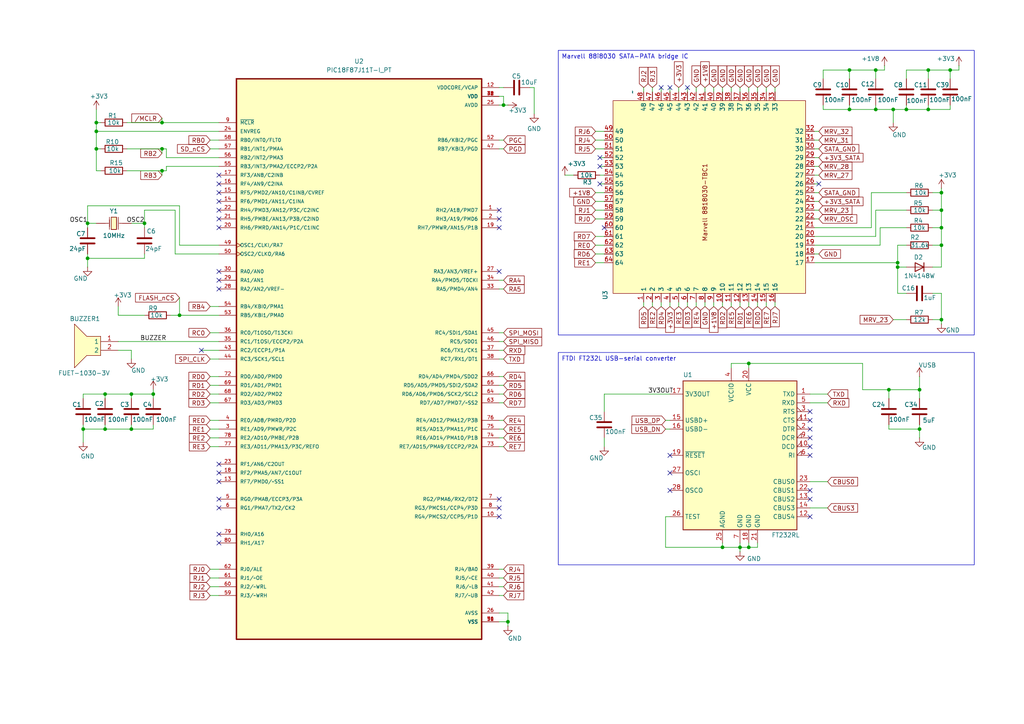
<source format=kicad_sch>
(kicad_sch (version 20250114) (generator "eeschema") (generator_version "9.0")
  (paper "A4")
  (text_box "FTDI FT232L USB-serial converter" (at 161.925 102.235 0) (size 120.65 61.595) (margins 0.9525 0.9525 0.9525 0.9525) (effects (font (size 1.27 1.27)) (justify left top)))
  (text_box "Marvell 88i8030 SATA-PATA bridge IC" (at 161.925 14.605 0) (size 120.65 82.55) (margins 0.9525 0.9525 0.9525 0.9525) (effects (font (size 1.27 1.27)) (justify left top)))
  (junction (at 38.1 114.3))
  (junction (at 25.4 74.93))
  (junction (at 27.94 38.1))
  (junction (at 38.1 124.46))
  (junction (at 217.17 105.41))
  (junction (at 266.7 124.46))
  (junction (at 269.24 20.32))
  (junction (at 217.17 158.75))
  (junction (at 27.94 43.18))
  (junction (at 273.05 66.04))
  (junction (at 30.48 114.3))
  (junction (at 24.13 124.46))
  (junction (at 259.08 31.75))
  (junction (at 52.07 91.44))
  (junction (at 27.94 35.56))
  (junction (at 25.4 64.77))
  (junction (at 260.35 76.2))
  (junction (at 209.55 158.75))
  (junction (at 257.81 113.03))
  (junction (at 246.38 20.32))
  (junction (at 46.99 43.18))
  (junction (at 273.05 55.88))
  (junction (at 147.32 180.34))
  (junction (at 46.99 35.56))
  (junction (at 254 20.32))
  (junction (at 260.35 77.47))
  (junction (at 262.89 31.75))
  (junction (at 214.63 158.75))
  (junction (at 41.91 64.77))
  (junction (at 254 31.75))
  (junction (at 273.05 71.12))
  (junction (at 269.24 31.75))
  (junction (at 275.59 20.32))
  (junction (at 266.7 113.03))
  (junction (at 30.48 124.46))
  (junction (at 246.38 31.75))
  (junction (at 273.05 60.96))
  (junction (at 273.05 92.71))
  (junction (at 44.45 114.3))
  (junction (at 46.99 49.53))
  (junction (at 146.05 30.48))
  (no_connect (at 144.78 60.96))
  (no_connect (at 194.31 25.4))
  (no_connect (at 234.95 127))
  (no_connect (at 234.95 149.86))
  (no_connect (at 234.95 129.54))
  (no_connect (at 175.26 66.04))
  (no_connect (at 144.78 78.74))
  (no_connect (at 194.31 142.24))
  (no_connect (at 234.95 142.24))
  (no_connect (at 173.99 45.72))
  (no_connect (at 63.5 144.78))
  (no_connect (at 63.5 137.16))
  (no_connect (at 63.5 78.74))
  (no_connect (at 63.5 83.82))
  (no_connect (at 173.99 48.26))
  (no_connect (at 63.5 139.7))
  (no_connect (at 63.5 81.28))
  (no_connect (at 194.31 137.16))
  (no_connect (at 194.31 132.08))
  (no_connect (at 173.99 53.34))
  (no_connect (at 63.5 134.62))
  (no_connect (at 234.95 121.92))
  (no_connect (at 234.95 119.38))
  (no_connect (at 199.39 25.4))
  (no_connect (at 63.5 55.88))
  (no_connect (at 63.5 154.94))
  (no_connect (at 234.95 124.46))
  (no_connect (at 63.5 53.34))
  (no_connect (at 58.42 101.6))
  (no_connect (at 144.78 66.04))
  (no_connect (at 234.95 144.78))
  (no_connect (at 63.5 60.96))
  (no_connect (at 63.5 58.42))
  (no_connect (at 63.5 63.5))
  (no_connect (at 63.5 50.8))
  (no_connect (at 191.77 25.4))
  (no_connect (at 144.78 149.86))
  (no_connect (at 144.78 63.5))
  (no_connect (at 144.78 144.78))
  (no_connect (at 63.5 157.48))
  (no_connect (at 63.5 147.32))
  (no_connect (at 237.49 53.34))
  (no_connect (at 144.78 147.32))
  (no_connect (at 234.95 132.08))
  (no_connect (at 63.5 66.04))
  (wire (pts (xy 254 30.48) (xy 254 31.75)))
  (wire (pts (xy 48.26 48.26) (xy 63.5 48.26)))
  (wire (pts (xy 52.07 71.12) (xy 63.5 71.12)))
  (wire (pts (xy 193.04 124.46) (xy 194.31 124.46)))
  (wire (pts (xy 41.91 73.66) (xy 41.91 74.93)))
  (wire (pts (xy 172.72 43.18) (xy 175.26 43.18)))
  (wire (pts (xy 46.99 35.56) (xy 63.5 35.56)))
  (wire (pts (xy 147.32 177.8) (xy 147.32 180.34)))
  (wire (pts (xy 196.85 26.67) (xy 196.85 25.4)))
  (wire (pts (xy 144.78 111.76) (xy 146.05 111.76)))
  (wire (pts (xy 217.17 105.41) (xy 217.17 106.68)))
  (wire (pts (xy 224.79 88.9) (xy 224.79 87.63)))
  (wire (pts (xy 273.05 55.88) (xy 270.51 55.88)))
  (wire (pts (xy 25.4 64.77) (xy 27.94 64.77)))
  (wire (pts (xy 260.35 71.12) (xy 262.89 71.12)))
  (wire (pts (xy 27.94 31.75) (xy 27.94 35.56)))
  (wire (pts (xy 144.78 109.22) (xy 146.05 109.22)))
  (wire (pts (xy 60.96 88.9) (xy 63.5 88.9)))
  (wire (pts (xy 252.73 66.04) (xy 252.73 55.88)))
  (wire (pts (xy 46.99 49.53) (xy 48.26 49.53)))
  (wire (pts (xy 209.55 88.9) (xy 209.55 87.63)))
  (wire (pts (xy 144.78 180.34) (xy 147.32 180.34)))
  (wire (pts (xy 194.31 88.9) (xy 194.31 87.63)))
  (wire (pts (xy 201.93 26.67) (xy 201.93 25.4)))
  (wire (pts (xy 246.38 31.75) (xy 254 31.75)))
  (wire (pts (xy 259.08 31.75) (xy 262.89 31.75)))
  (wire (pts (xy 172.72 55.88) (xy 175.26 55.88)))
  (wire (pts (xy 30.48 124.46) (xy 38.1 124.46)))
  (wire (pts (xy 144.78 25.4) (xy 146.05 25.4)))
  (wire (pts (xy 144.78 40.64) (xy 146.05 40.64)))
  (wire (pts (xy 186.69 26.67) (xy 186.69 25.4)))
  (wire (pts (xy 236.22 45.72) (xy 237.49 45.72)))
  (wire (pts (xy 38.1 123.19) (xy 38.1 124.46)))
  (wire (pts (xy 270.51 66.04) (xy 273.05 66.04)))
  (wire (pts (xy 144.78 165.1) (xy 146.05 165.1)))
  (wire (pts (xy 175.26 114.3) (xy 175.26 119.38)))
  (wire (pts (xy 173.99 45.72) (xy 175.26 45.72)))
  (wire (pts (xy 262.89 20.32) (xy 262.89 22.86)))
  (wire (pts (xy 34.29 88.9) (xy 34.29 91.44)))
  (wire (pts (xy 27.94 43.18) (xy 27.94 49.53)))
  (wire (pts (xy 273.05 55.88) (xy 273.05 60.96)))
  (wire (pts (xy 246.38 20.32) (xy 254 20.32)))
  (wire (pts (xy 172.72 68.58) (xy 175.26 68.58)))
  (wire (pts (xy 194.31 25.4) (xy 194.31 26.67)))
  (wire (pts (xy 144.78 121.92) (xy 146.05 121.92)))
  (wire (pts (xy 217.17 26.67) (xy 217.17 25.4)))
  (wire (pts (xy 238.76 30.48) (xy 238.76 31.75)))
  (wire (pts (xy 46.99 44.45) (xy 46.99 43.18)))
  (wire (pts (xy 38.1 64.77) (xy 41.91 64.77)))
  (wire (pts (xy 266.7 113.03) (xy 266.7 115.57)))
  (wire (pts (xy 50.8 73.66) (xy 63.5 73.66)))
  (wire (pts (xy 204.47 26.67) (xy 204.47 25.4)))
  (wire (pts (xy 269.24 20.32) (xy 269.24 22.86)))
  (wire (pts (xy 144.78 104.14) (xy 146.05 104.14)))
  (wire (pts (xy 24.13 124.46) (xy 24.13 128.27)))
  (wire (pts (xy 273.05 92.71) (xy 270.51 92.71)))
  (wire (pts (xy 24.13 115.57) (xy 24.13 114.3)))
  (wire (pts (xy 44.45 114.3) (xy 44.45 115.57)))
  (wire (pts (xy 144.78 43.18) (xy 146.05 43.18)))
  (wire (pts (xy 25.4 64.77) (xy 25.4 66.04)))
  (wire (pts (xy 237.49 53.34) (xy 236.22 53.34)))
  (wire (pts (xy 255.27 71.12) (xy 255.27 66.04)))
  (wire (pts (xy 25.4 59.69) (xy 25.4 64.77)))
  (wire (pts (xy 27.94 38.1) (xy 27.94 35.56)))
  (wire (pts (xy 44.45 123.19) (xy 44.45 124.46)))
  (wire (pts (xy 255.27 66.04) (xy 262.89 66.04)))
  (wire (pts (xy 144.78 81.28) (xy 146.05 81.28)))
  (wire (pts (xy 254 20.32) (xy 254 22.86)))
  (wire (pts (xy 41.91 66.04) (xy 41.91 64.77)))
  (wire (pts (xy 46.99 50.8) (xy 46.99 49.53)))
  (wire (pts (xy 257.81 113.03) (xy 257.81 115.57)))
  (wire (pts (xy 52.07 86.36) (xy 52.07 91.44)))
  (wire (pts (xy 212.09 88.9) (xy 212.09 87.63)))
  (wire (pts (xy 236.22 71.12) (xy 255.27 71.12)))
  (wire (pts (xy 270.51 77.47) (xy 273.05 77.47)))
  (wire (pts (xy 49.53 91.44) (xy 52.07 91.44)))
  (wire (pts (xy 204.47 88.9) (xy 204.47 87.63)))
  (wire (pts (xy 217.17 105.41) (xy 250.19 105.41)))
  (wire (pts (xy 30.48 123.19) (xy 30.48 124.46)))
  (wire (pts (xy 27.94 49.53) (xy 29.21 49.53)))
  (wire (pts (xy 60.96 96.52) (xy 63.5 96.52)))
  (wire (pts (xy 250.19 113.03) (xy 257.81 113.03)))
  (wire (pts (xy 273.05 60.96) (xy 270.51 60.96)))
  (wire (pts (xy 212.09 26.67) (xy 212.09 25.4)))
  (wire (pts (xy 27.94 43.18) (xy 27.94 38.1)))
  (wire (pts (xy 191.77 25.4) (xy 191.77 26.67)))
  (wire (pts (xy 29.21 43.18) (xy 27.94 43.18)))
  (wire (pts (xy 214.63 158.75) (xy 217.17 158.75)))
  (wire (pts (xy 172.72 63.5) (xy 175.26 63.5)))
  (wire (pts (xy 273.05 71.12) (xy 270.51 71.12)))
  (wire (pts (xy 60.96 127) (xy 63.5 127)))
  (wire (pts (xy 30.48 114.3) (xy 30.48 115.57)))
  (wire (pts (xy 234.95 147.32) (xy 240.03 147.32)))
  (wire (pts (xy 44.45 114.3) (xy 38.1 114.3)))
  (wire (pts (xy 144.78 177.8) (xy 147.32 177.8)))
  (wire (pts (xy 199.39 25.4) (xy 199.39 26.67)))
  (wire (pts (xy 260.35 71.12) (xy 260.35 76.2)))
  (wire (pts (xy 144.78 96.52) (xy 146.05 96.52)))
  (wire (pts (xy 189.23 88.9) (xy 189.23 87.63)))
  (wire (pts (xy 246.38 30.48) (xy 246.38 31.75)))
  (wire (pts (xy 260.35 77.47) (xy 260.35 85.09)))
  (wire (pts (xy 48.26 45.72) (xy 63.5 45.72)))
  (wire (pts (xy 250.19 105.41) (xy 250.19 113.03)))
  (wire (pts (xy 236.22 50.8) (xy 237.49 50.8)))
  (wire (pts (xy 144.78 129.54) (xy 146.05 129.54)))
  (wire (pts (xy 24.13 114.3) (xy 30.48 114.3)))
  (wire (pts (xy 163.83 50.8) (xy 166.37 50.8)))
  (wire (pts (xy 44.45 124.46) (xy 38.1 124.46)))
  (wire (pts (xy 212.09 105.41) (xy 212.09 106.68)))
  (wire (pts (xy 48.26 45.72) (xy 48.26 43.18)))
  (wire (pts (xy 172.72 60.96) (xy 175.26 60.96)))
  (wire (pts (xy 269.24 31.75) (xy 275.59 31.75)))
  (wire (pts (xy 144.78 167.64) (xy 146.05 167.64)))
  (wire (pts (xy 254 60.96) (xy 262.89 60.96)))
  (wire (pts (xy 60.96 109.22) (xy 63.5 109.22)))
  (wire (pts (xy 172.72 71.12) (xy 175.26 71.12)))
  (wire (pts (xy 60.96 170.18) (xy 63.5 170.18)))
  (wire (pts (xy 52.07 71.12) (xy 52.07 59.69)))
  (wire (pts (xy 41.91 64.77) (xy 41.91 60.96)))
  (wire (pts (xy 25.4 74.93) (xy 41.91 74.93)))
  (wire (pts (xy 256.54 19.05) (xy 256.54 20.32)))
  (wire (pts (xy 173.99 50.8) (xy 175.26 50.8)))
  (wire (pts (xy 236.22 68.58) (xy 254 68.58)))
  (wire (pts (xy 146.05 27.94) (xy 146.05 30.48)))
  (wire (pts (xy 191.77 88.9) (xy 191.77 87.63)))
  (wire (pts (xy 196.85 88.9) (xy 196.85 87.63)))
  (wire (pts (xy 30.48 124.46) (xy 24.13 124.46)))
  (wire (pts (xy 34.29 101.6) (xy 38.1 101.6)))
  (wire (pts (xy 144.78 127) (xy 146.05 127)))
  (wire (pts (xy 236.22 63.5) (xy 237.49 63.5)))
  (wire (pts (xy 259.08 92.71) (xy 262.89 92.71)))
  (wire (pts (xy 217.17 88.9) (xy 217.17 87.63)))
  (wire (pts (xy 38.1 114.3) (xy 30.48 114.3)))
  (wire (pts (xy 273.05 54.61) (xy 273.05 55.88)))
  (wire (pts (xy 52.07 59.69) (xy 25.4 59.69)))
  (wire (pts (xy 254 68.58) (xy 254 60.96)))
  (wire (pts (xy 214.63 26.67) (xy 214.63 25.4)))
  (wire (pts (xy 219.71 26.67) (xy 219.71 25.4)))
  (wire (pts (xy 236.22 48.26) (xy 237.49 48.26)))
  (wire (pts (xy 60.96 43.18) (xy 63.5 43.18)))
  (wire (pts (xy 238.76 22.86) (xy 238.76 20.32)))
  (wire (pts (xy 262.89 77.47) (xy 260.35 77.47)))
  (wire (pts (xy 275.59 20.32) (xy 275.59 22.86)))
  (wire (pts (xy 60.96 104.14) (xy 63.5 104.14)))
  (wire (pts (xy 60.96 114.3) (xy 63.5 114.3)))
  (wire (pts (xy 50.8 60.96) (xy 50.8 73.66)))
  (wire (pts (xy 252.73 55.88) (xy 262.89 55.88)))
  (wire (pts (xy 173.99 48.26) (xy 175.26 48.26)))
  (wire (pts (xy 219.71 88.9) (xy 219.71 87.63)))
  (wire (pts (xy 60.96 116.84) (xy 63.5 116.84)))
  (wire (pts (xy 266.7 127) (xy 266.7 124.46)))
  (wire (pts (xy 60.96 165.1) (xy 63.5 165.1)))
  (wire (pts (xy 214.63 157.48) (xy 214.63 158.75)))
  (wire (pts (xy 36.83 35.56) (xy 46.99 35.56)))
  (wire (pts (xy 172.72 58.42) (xy 175.26 58.42)))
  (wire (pts (xy 172.72 76.2) (xy 175.26 76.2)))
  (wire (pts (xy 173.99 53.34) (xy 175.26 53.34)))
  (wire (pts (xy 144.78 124.46) (xy 146.05 124.46)))
  (wire (pts (xy 246.38 22.86) (xy 246.38 20.32)))
  (wire (pts (xy 238.76 20.32) (xy 246.38 20.32)))
  (wire (pts (xy 214.63 160.02) (xy 214.63 158.75)))
  (wire (pts (xy 240.03 116.84) (xy 234.95 116.84)))
  (wire (pts (xy 27.94 35.56) (xy 29.21 35.56)))
  (wire (pts (xy 193.04 121.92) (xy 194.31 121.92)))
  (wire (pts (xy 269.24 20.32) (xy 275.59 20.32)))
  (wire (pts (xy 38.1 114.3) (xy 38.1 115.57)))
  (wire (pts (xy 144.78 170.18) (xy 146.05 170.18)))
  (wire (pts (xy 234.95 114.3) (xy 240.03 114.3)))
  (wire (pts (xy 236.22 76.2) (xy 260.35 76.2)))
  (wire (pts (xy 60.96 129.54) (xy 63.5 129.54)))
  (wire (pts (xy 273.05 77.47) (xy 273.05 71.12)))
  (wire (pts (xy 236.22 55.88) (xy 237.49 55.88)))
  (wire (pts (xy 60.96 124.46) (xy 63.5 124.46)))
  (wire (pts (xy 199.39 88.9) (xy 199.39 87.63)))
  (wire (pts (xy 144.78 114.3) (xy 146.05 114.3)))
  (wire (pts (xy 60.96 40.64) (xy 63.5 40.64)))
  (wire (pts (xy 172.72 38.1) (xy 175.26 38.1)))
  (wire (pts (xy 144.78 83.82) (xy 146.05 83.82)))
  (wire (pts (xy 262.89 31.75) (xy 269.24 31.75)))
  (wire (pts (xy 209.55 158.75) (xy 214.63 158.75)))
  (wire (pts (xy 222.25 88.9) (xy 222.25 87.63)))
  (wire (pts (xy 25.4 77.47) (xy 25.4 74.93)))
  (wire (pts (xy 144.78 99.06) (xy 146.05 99.06)))
  (wire (pts (xy 266.7 109.22) (xy 266.7 113.03)))
  (wire (pts (xy 262.89 20.32) (xy 269.24 20.32)))
  (wire (pts (xy 36.83 43.18) (xy 46.99 43.18)))
  (wire (pts (xy 193.04 149.86) (xy 193.04 158.75)))
  (wire (pts (xy 234.95 139.7) (xy 240.03 139.7)))
  (wire (pts (xy 175.26 127) (xy 175.26 129.54)))
  (wire (pts (xy 60.96 172.72) (xy 63.5 172.72)))
  (wire (pts (xy 27.94 38.1) (xy 63.5 38.1)))
  (wire (pts (xy 236.22 40.64) (xy 237.49 40.64)))
  (wire (pts (xy 275.59 20.32) (xy 278.13 20.32)))
  (wire (pts (xy 34.29 99.06) (xy 63.5 99.06)))
  (wire (pts (xy 38.1 101.6) (xy 38.1 104.14)))
  (wire (pts (xy 273.05 85.09) (xy 273.05 92.71)))
  (wire (pts (xy 36.83 49.53) (xy 46.99 49.53)))
  (wire (pts (xy 236.22 38.1) (xy 237.49 38.1)))
  (wire (pts (xy 24.13 124.46) (xy 24.13 123.19)))
  (wire (pts (xy 254 31.75) (xy 259.08 31.75)))
  (wire (pts (xy 257.81 113.03) (xy 266.7 113.03)))
  (wire (pts (xy 147.32 180.34) (xy 147.32 181.61)))
  (wire (pts (xy 273.05 66.04) (xy 273.05 60.96)))
  (wire (pts (xy 254 20.32) (xy 256.54 20.32)))
  (wire (pts (xy 275.59 30.48) (xy 275.59 31.75)))
  (wire (pts (xy 269.24 31.75) (xy 269.24 30.48)))
  (wire (pts (xy 154.94 25.4) (xy 153.67 25.4)))
  (wire (pts (xy 273.05 92.71) (xy 273.05 93.98)))
  (wire (pts (xy 60.96 111.76) (xy 63.5 111.76)))
  (wire (pts (xy 144.78 30.48) (xy 146.05 30.48)))
  (wire (pts (xy 144.78 172.72) (xy 146.05 172.72)))
  (wire (pts (xy 214.63 88.9) (xy 214.63 87.63)))
  (wire (pts (xy 172.72 73.66) (xy 175.26 73.66)))
  (wire (pts (xy 257.81 124.46) (xy 266.7 124.46)))
  (wire (pts (xy 144.78 27.94) (xy 146.05 27.94)))
  (wire (pts (xy 44.45 114.3) (xy 44.45 113.03)))
  (wire (pts (xy 60.96 121.92) (xy 63.5 121.92)))
  (wire (pts (xy 193.04 149.86) (xy 194.31 149.86)))
  (wire (pts (xy 236.22 66.04) (xy 252.73 66.04)))
  (wire (pts (xy 193.04 158.75) (xy 209.55 158.75)))
  (wire (pts (xy 217.17 158.75) (xy 219.71 158.75)))
  (wire (pts (xy 25.4 74.93) (xy 25.4 73.66)))
  (wire (pts (xy 257.81 123.19) (xy 257.81 124.46)))
  (wire (pts (xy 207.01 88.9) (xy 207.01 87.63)))
  (wire (pts (xy 58.42 101.6) (xy 63.5 101.6)))
  (wire (pts (xy 222.25 26.67) (xy 222.25 25.4)))
  (wire (pts (xy 236.22 73.66) (xy 237.49 73.66)))
  (wire (pts (xy 270.51 85.09) (xy 273.05 85.09)))
  (wire (pts (xy 34.29 91.44) (xy 41.91 91.44)))
  (wire (pts (xy 189.23 26.67) (xy 189.23 25.4)))
  (wire (pts (xy 238.76 31.75) (xy 246.38 31.75)))
  (wire (pts (xy 219.71 157.48) (xy 219.71 158.75)))
  (wire (pts (xy 217.17 157.48) (xy 217.17 158.75)))
  (wire (pts (xy 144.78 101.6) (xy 146.05 101.6)))
  (wire (pts (xy 273.05 66.04) (xy 273.05 71.12)))
  (wire (pts (xy 48.26 48.26) (xy 48.26 49.53)))
  (wire (pts (xy 260.35 76.2) (xy 260.35 77.47)))
  (wire (pts (xy 262.89 31.75) (xy 262.89 30.48)))
  (wire (pts (xy 144.78 116.84) (xy 146.05 116.84)))
  (wire (pts (xy 147.32 30.48) (xy 146.05 30.48)))
  (wire (pts (xy 41.91 60.96) (xy 50.8 60.96)))
  (wire (pts (xy 201.93 88.9) (xy 201.93 87.63)))
  (wire (pts (xy 236.22 43.18) (xy 237.49 43.18)))
  (wire (pts (xy 278.13 19.05) (xy 278.13 20.32)))
  (wire (pts (xy 212.09 105.41) (xy 217.17 105.41)))
  (wire (pts (xy 154.94 33.02) (xy 154.94 25.4)))
  (wire (pts (xy 209.55 157.48) (xy 209.55 158.75)))
  (wire (pts (xy 46.99 34.29) (xy 46.99 35.56)))
  (wire (pts (xy 52.07 91.44) (xy 63.5 91.44)))
  (wire (pts (xy 260.35 85.09) (xy 262.89 85.09)))
  (wire (pts (xy 46.99 43.18) (xy 48.26 43.18)))
  (wire (pts (xy 172.72 40.64) (xy 175.26 40.64)))
  (wire (pts (xy 236.22 58.42) (xy 237.49 58.42)))
  (wire (pts (xy 60.96 167.64) (xy 63.5 167.64)))
  (wire (pts (xy 236.22 60.96) (xy 237.49 60.96)))
  (wire (pts (xy 266.7 123.19) (xy 266.7 124.46)))
  (wire (pts (xy 259.08 35.56) (xy 259.08 31.75)))
  (wire (pts (xy 224.79 26.67) (xy 224.79 25.4)))
  (wire (pts (xy 186.69 88.9) (xy 186.69 87.63)))
  (wire (pts (xy 207.01 26.67) (xy 207.01 25.4)))
  (wire (pts (xy 209.55 26.67) (xy 209.55 25.4)))
  (wire (pts (xy 175.26 114.3) (xy 194.31 114.3)))
  (label "BUZZER" (at 40.64 99.06 0))
  (label "OSC2" (at 41.91 64.77 180))
  (label "OSC1" (at 25.4 64.77 180))
  (label "3V3OUT" (at 187.96 114.3 0))
  (global_label "RD4" (shape input) (at 191.77 88.9 270) (property "Intersheetrefs" "${INTERSHEET_REFS}" (effects (hide yes))))
  (global_label "RD0" (shape input) (at 219.71 88.9 270) (property "Intersheetrefs" "${INTERSHEET_REFS}" (effects (hide yes))))
  (global_label "RJ3" (shape input) (at 189.23 25.4 90) (property "Intersheetrefs" "${INTERSHEET_REFS}" (effects (hide yes))))
  (global_label "MRV_OSC" (shape input) (at 237.49 63.5 0) (property "Intersheetrefs" "${INTERSHEET_REFS}" (effects (hide yes))))
  (global_label "RE7" (shape input) (at 222.25 88.9 270) (property "Intersheetrefs" "${INTERSHEET_REFS}" (effects (hide yes))))
  (global_label "RJ0" (shape input) (at 172.72 63.5 180) (property "Intersheetrefs" "${INTERSHEET_REFS}" (effects (hide yes))))
  (global_label "GND" (shape input) (at 209.55 25.4 90) (property "Intersheetrefs" "${INTERSHEET_REFS}" (effects (hide yes))))
  (global_label "RE4" (shape input) (at 146.05 121.92 0) (property "Intersheetrefs" "${INTERSHEET_REFS}" (effects (hide yes))))
  (global_label "PGC" (shape input) (at 146.05 40.64 0) (property "Intersheetrefs" "${INTERSHEET_REFS}" (effects (hide yes))))
  (global_label "+1V8" (shape input) (at 172.72 55.88 180) (property "Intersheetrefs" "${INTERSHEET_REFS}" (effects (hide yes))))
  (global_label "RE2" (shape input) (at 189.23 88.9 270) (property "Intersheetrefs" "${INTERSHEET_REFS}" (effects (hide yes))))
  (global_label "RJ5" (shape input) (at 172.72 43.18 180) (property "Intersheetrefs" "${INTERSHEET_REFS}" (effects (hide yes))))
  (global_label "+1V8" (shape input) (at 204.47 25.4 90) (property "Intersheetrefs" "${INTERSHEET_REFS}" (effects (hide yes))))
  (global_label "MRV_23" (shape input) (at 237.49 60.96 0) (property "Intersheetrefs" "${INTERSHEET_REFS}" (effects (hide yes))))
  (global_label "RJ2" (shape input) (at 60.96 170.18 180) (property "Intersheetrefs" "${INTERSHEET_REFS}" (effects (hide yes))))
  (global_label "RJ1" (shape input) (at 60.96 167.64 180) (property "Intersheetrefs" "${INTERSHEET_REFS}" (effects (hide yes))))
  (global_label "+1V8" (shape input) (at 207.01 88.9 270) (property "Intersheetrefs" "${INTERSHEET_REFS}" (effects (hide yes))))
  (global_label "RE6" (shape input) (at 146.05 127 0) (property "Intersheetrefs" "${INTERSHEET_REFS}" (effects (hide yes))))
  (global_label "SATA_GND" (shape input) (at 237.49 55.88 0) (property "Intersheetrefs" "${INTERSHEET_REFS}" (effects (hide yes))))
  (global_label "RD3" (shape input) (at 199.39 88.9 270) (property "Intersheetrefs" "${INTERSHEET_REFS}" (effects (hide yes))))
  (global_label "+3V3_SATA" (shape input) (at 237.49 58.42 0) (property "Intersheetrefs" "${INTERSHEET_REFS}" (effects (hide yes))))
  (global_label "RJ1" (shape input) (at 172.72 60.96 180) (property "Intersheetrefs" "${INTERSHEET_REFS}" (effects (hide yes))))
  (global_label "MRV_31" (shape input) (at 237.49 40.64 0) (property "Intersheetrefs" "${INTERSHEET_REFS}" (effects (hide yes))))
  (global_label "FLASH_nCS" (shape input) (at 52.07 86.36 180) (property "Intersheetrefs" "${INTERSHEET_REFS}" (effects (hide yes))))
  (global_label "GND" (shape input) (at 222.25 25.4 90) (property "Intersheetrefs" "${INTERSHEET_REFS}" (effects (hide yes))))
  (global_label "RXD" (shape input) (at 146.05 101.6 0) (property "Intersheetrefs" "${INTERSHEET_REFS}" (effects (hide yes))))
  (global_label "RJ4" (shape input) (at 172.72 40.64 180) (property "Intersheetrefs" "${INTERSHEET_REFS}" (effects (hide yes))))
  (global_label "RD5" (shape input) (at 146.05 111.76 0) (property "Intersheetrefs" "${INTERSHEET_REFS}" (effects (hide yes))))
  (global_label "PGD" (shape input) (at 146.05 43.18 0) (property "Intersheetrefs" "${INTERSHEET_REFS}" (effects (hide yes))))
  (global_label "RE5" (shape input) (at 212.09 88.9 270) (property "Intersheetrefs" "${INTERSHEET_REFS}" (effects (hide yes))))
  (global_label "RD2" (shape input) (at 209.55 88.9 270) (property "Intersheetrefs" "${INTERSHEET_REFS}" (effects (hide yes))))
  (global_label "RD1" (shape input) (at 214.63 88.9 270) (property "Intersheetrefs" "${INTERSHEET_REFS}" (effects (hide yes))))
  (global_label "RD5" (shape input) (at 186.69 88.9 270) (property "Intersheetrefs" "${INTERSHEET_REFS}" (effects (hide yes))))
  (global_label "MRV_28" (shape input) (at 237.49 48.26 0) (property "Intersheetrefs" "${INTERSHEET_REFS}" (effects (hide yes))))
  (global_label "RA4" (shape input) (at 146.05 81.28 0) (property "Intersheetrefs" "${INTERSHEET_REFS}" (effects (hide yes))))
  (global_label "TXD" (shape input) (at 146.05 104.14 0) (property "Intersheetrefs" "${INTERSHEET_REFS}" (effects (hide yes))))
  (global_label "RE7" (shape input) (at 146.05 129.54 0) (property "Intersheetrefs" "${INTERSHEET_REFS}" (effects (hide yes))))
  (global_label "RE3" (shape input) (at 60.96 129.54 180) (property "Intersheetrefs" "${INTERSHEET_REFS}" (effects (hide yes))))
  (global_label "GND" (shape input) (at 207.01 25.4 90) (property "Intersheetrefs" "${INTERSHEET_REFS}" (effects (hide yes))))
  (global_label "USB_DN" (shape input) (at 193.04 124.46 180) (property "Intersheetrefs" "${INTERSHEET_REFS}" (effects (hide yes))))
  (global_label "RD2" (shape input) (at 60.96 114.3 180) (property "Intersheetrefs" "${INTERSHEET_REFS}" (effects (hide yes))))
  (global_label "GND" (shape input) (at 219.71 25.4 90) (property "Intersheetrefs" "${INTERSHEET_REFS}" (effects (hide yes))))
  (global_label "SPI_CLK" (shape input) (at 60.96 104.14 180) (property "Intersheetrefs" "${INTERSHEET_REFS}" (effects (hide yes))))
  (global_label "{slash}MCLR" (shape input) (at 46.99 34.29 180) (property "Intersheetrefs" "${INTERSHEET_REFS}" (effects (hide yes))))
  (global_label "RD4" (shape input) (at 146.05 109.22 0) (property "Intersheetrefs" "${INTERSHEET_REFS}" (effects (hide yes))))
  (global_label "GND" (shape input) (at 217.17 25.4 90) (property "Intersheetrefs" "${INTERSHEET_REFS}" (effects (hide yes))))
  (global_label "RE1" (shape input) (at 172.72 76.2 180) (property "Intersheetrefs" "${INTERSHEET_REFS}" (effects (hide yes))))
  (global_label "GND" (shape input) (at 237.49 73.66 0) (property "Intersheetrefs" "${INTERSHEET_REFS}" (effects (hide yes))))
  (global_label "RJ3" (shape input) (at 60.96 172.72 180) (property "Intersheetrefs" "${INTERSHEET_REFS}" (effects (hide yes))))
  (global_label "RE4" (shape input) (at 201.93 88.9 270) (property "Intersheetrefs" "${INTERSHEET_REFS}" (effects (hide yes))))
  (global_label "MRV_27" (shape input) (at 237.49 50.8 0) (property "Intersheetrefs" "${INTERSHEET_REFS}" (effects (hide yes))))
  (global_label "RJ5" (shape input) (at 146.05 167.64 0) (property "Intersheetrefs" "${INTERSHEET_REFS}" (effects (hide yes))))
  (global_label "RE5" (shape input) (at 146.05 124.46 0) (property "Intersheetrefs" "${INTERSHEET_REFS}" (effects (hide yes))))
  (global_label "RJ6" (shape input) (at 172.72 38.1 180) (property "Intersheetrefs" "${INTERSHEET_REFS}" (effects (hide yes))))
  (global_label "USB_DP" (shape input) (at 193.04 121.92 180) (property "Intersheetrefs" "${INTERSHEET_REFS}" (effects (hide yes))))
  (global_label "SPI_MOSI" (shape input) (at 146.05 96.52 0) (property "Intersheetrefs" "${INTERSHEET_REFS}" (effects (hide yes))))
  (global_label "RJ0" (shape input) (at 60.96 165.1 180) (property "Intersheetrefs" "${INTERSHEET_REFS}" (effects (hide yes))))
  (global_label "RJ4" (shape input) (at 146.05 165.1 0) (property "Intersheetrefs" "${INTERSHEET_REFS}" (effects (hide yes))))
  (global_label "RE0" (shape input) (at 172.72 71.12 180) (property "Intersheetrefs" "${INTERSHEET_REFS}" (effects (hide yes))))
  (global_label "+3V3" (shape input) (at 194.31 88.9 270) (property "Intersheetrefs" "${INTERSHEET_REFS}" (effects (hide yes))))
  (global_label "RJ2" (shape input) (at 186.69 25.4 90) (property "Intersheetrefs" "${INTERSHEET_REFS}" (effects (hide yes))))
  (global_label "RB4" (shape input) (at 60.96 88.9 180) (property "Intersheetrefs" "${INTERSHEET_REFS}" (effects (hide yes))))
  (global_label "RE3" (shape input) (at 196.85 88.9 270) (property "Intersheetrefs" "${INTERSHEET_REFS}" (effects (hide yes))))
  (global_label "RE2" (shape input) (at 60.96 127 180) (property "Intersheetrefs" "${INTERSHEET_REFS}" (effects (hide yes))))
  (global_label "SATA_GND" (shape input) (at 237.49 43.18 0) (property "Intersheetrefs" "${INTERSHEET_REFS}" (effects (hide yes))))
  (global_label "GND" (shape input) (at 212.09 25.4 90) (property "Intersheetrefs" "${INTERSHEET_REFS}" (effects (hide yes))))
  (global_label "RE1" (shape input) (at 60.96 124.46 180) (property "Intersheetrefs" "${INTERSHEET_REFS}" (effects (hide yes))))
  (global_label "RB2" (shape input) (at 46.99 44.45 180) (property "Intersheetrefs" "${INTERSHEET_REFS}" (effects (hide yes))))
  (global_label "MRV_32" (shape input) (at 237.49 38.1 0) (property "Intersheetrefs" "${INTERSHEET_REFS}" (effects (hide yes))))
  (global_label "GND" (shape input) (at 224.79 25.4 90) (property "Intersheetrefs" "${INTERSHEET_REFS}" (effects (hide yes))))
  (global_label "CBUS0" (shape input) (at 240.03 139.7 0) (property "Intersheetrefs" "${INTERSHEET_REFS}" (effects (hide yes))))
  (global_label "TXD" (shape input) (at 240.03 114.3 0) (property "Intersheetrefs" "${INTERSHEET_REFS}" (effects (hide yes))))
  (global_label "RC0" (shape input) (at 60.96 96.52 180) (property "Intersheetrefs" "${INTERSHEET_REFS}" (effects (hide yes))))
  (global_label "RD0" (shape input) (at 60.96 109.22 180) (property "Intersheetrefs" "${INTERSHEET_REFS}" (effects (hide yes))))
  (global_label "GND" (shape input) (at 201.93 25.4 90) (property "Intersheetrefs" "${INTERSHEET_REFS}" (effects (hide yes))))
  (global_label "SPI_MISO" (shape input) (at 146.05 99.06 0) (property "Intersheetrefs" "${INTERSHEET_REFS}" (effects (hide yes))))
  (global_label "RB3" (shape input) (at 46.99 50.8 180) (property "Intersheetrefs" "${INTERSHEET_REFS}" (effects (hide yes))))
  (global_label "RE6" (shape input) (at 217.17 88.9 270) (property "Intersheetrefs" "${INTERSHEET_REFS}" (effects (hide yes))))
  (global_label "RD7" (shape input) (at 146.05 116.84 0) (property "Intersheetrefs" "${INTERSHEET_REFS}" (effects (hide yes))))
  (global_label "MRV_23" (shape input) (at 259.08 92.71 180) (property "Intersheetrefs" "${INTERSHEET_REFS}" (effects (hide yes))))
  (global_label "+3V3_SATA" (shape input) (at 237.49 45.72 0) (property "Intersheetrefs" "${INTERSHEET_REFS}" (effects (hide yes))))
  (global_label "+3V3" (shape input) (at 196.85 25.4 90) (property "Intersheetrefs" "${INTERSHEET_REFS}" (effects (hide yes))))
  (global_label "RD6" (shape input) (at 172.72 73.66 180) (property "Intersheetrefs" "${INTERSHEET_REFS}" (effects (hide yes))))
  (global_label "RD6" (shape input) (at 146.05 114.3 0) (property "Intersheetrefs" "${INTERSHEET_REFS}" (effects (hide yes))))
  (global_label "RA5" (shape input) (at 146.05 83.82 0) (property "Intersheetrefs" "${INTERSHEET_REFS}" (effects (hide yes))))
  (global_label "RD7" (shape input) (at 172.72 68.58 180) (property "Intersheetrefs" "${INTERSHEET_REFS}" (effects (hide yes))))
  (global_label "RE0" (shape input) (at 60.96 121.92 180) (property "Intersheetrefs" "${INTERSHEET_REFS}" (effects (hide yes))))
  (global_label "RD3" (shape input) (at 60.96 116.84 180) (property "Intersheetrefs" "${INTERSHEET_REFS}" (effects (hide yes))))
  (global_label "RJ6" (shape input) (at 146.05 170.18 0) (property "Intersheetrefs" "${INTERSHEET_REFS}" (effects (hide yes))))
  (global_label "RJ7" (shape input) (at 146.05 172.72 0) (property "Intersheetrefs" "${INTERSHEET_REFS}" (effects (hide yes))))
  (global_label "RD1" (shape input) (at 60.96 111.76 180) (property "Intersheetrefs" "${INTERSHEET_REFS}" (effects (hide yes))))
  (global_label "SD_nCS" (shape input) (at 60.96 43.18 180) (property "Intersheetrefs" "${INTERSHEET_REFS}" (effects (hide yes))))
  (global_label "GND" (shape input) (at 172.72 58.42 180) (property "Intersheetrefs" "${INTERSHEET_REFS}" (effects (hide yes))))
  (global_label "RXD" (shape input) (at 240.03 116.84 0) (property "Intersheetrefs" "${INTERSHEET_REFS}" (effects (hide yes))))
  (global_label "GND" (shape input) (at 204.47 88.9 270) (property "Intersheetrefs" "${INTERSHEET_REFS}" (effects (hide yes))))
  (global_label "RJ7" (shape input) (at 224.79 88.9 270) (property "Intersheetrefs" "${INTERSHEET_REFS}" (effects (hide yes))))
  (global_label "RB0" (shape input) (at 60.96 40.64 180) (property "Intersheetrefs" "${INTERSHEET_REFS}" (effects (hide yes))))
  (global_label "CBUS3" (shape input) (at 240.03 147.32 0) (property "Intersheetrefs" "${INTERSHEET_REFS}" (effects (hide yes))))
  (global_label "GND" (shape input) (at 214.63 25.4 90) (property "Intersheetrefs" "${INTERSHEET_REFS}" (effects (hide yes))))
  (symbol (lib_id "Device:C") (at 275.59 26.67 180) (unit 1)
    (property "Reference" "C39" (at 275.336 24.638 0) (effects (justify left)))
    (property "Value" "100nF" (at 281.94 28.702 0) (effects (justify left)))
    (property "Footprint" "Capacitor_SMD:C_0603_1608Metric" (effects (hide yes)))
    (property "Description" "Unpolarized capacitor" (effects (hide yes)))
  )
  (symbol (lib_id "Device:R") (at 266.7 92.71 270) (mirror x) (unit 1)
    (property "Reference" "R7" (at 265.176 90.678 90) (effects (justify left)))
    (property "Value" "12k" (at 264.922 92.71 90) (effects (justify left)))
    (property "Footprint" "Resistor_SMD:R_0603_1608Metric" (effects (hide yes)))
  )
  (symbol (lib_id "lizard:8818030-TBC1") (at 204.47 58.42 90) (unit 1)
    (property "Reference" "U3" (at 175.514 85.598 0))
    (property "Value" "~" (at 183.4449 26.67 0))
    (property "Footprint" "Package_QFP:LQFP-64_10x10mm_P0.5mm" (effects (hide yes)))
  )
  (symbol (lib_id "Diode:1N4148W") (at 266.7 77.47 180) (unit 1)
    (property "Reference" "D2" (at 266.3825 74.6125 0))
    (property "Value" "1N4148W" (at 266.7 80.01 0))
    (property "Footprint" "Diode_SMD:D_SOD-123" (effects (hide yes)))
    (property "Datasheet" "https://www.vishay.com/docs/85748/1n4148w.pdf" (effects (hide yes)))
    (property "Description" "75V 0.15A Fast Switching Diode, SOD-123" (effects (hide yes)))
    (property "Sim.Device" "D" (effects (hide yes)))
    (property "Sim.Pins" "1=K 2=A" (effects (hide yes)))
  )
  (symbol (lib_id "lizard:FUET-1030-3V") (at 29.21 101.6 0) (unit 1)
    (property "Reference" "BUZZER1" (at 24.638 92.456 0))
    (property "Value" "FUET-1030-3V" (at 24.384 108.204 0))
    (property "Footprint" "lizard:BUZ-SMD_FUET-1030-XXV" (effects (hide yes)))
    (property "Datasheet" "https://lcsc.com/product-detail/Buzzers_FUET-FUET-1030-3V_C417421.html" (effects (hide yes)))
    (property "LCSC Part" "C417421" (effects (hide yes)))
  )
  (symbol (lib_id "Device:R") (at 266.7 60.96 90) (mirror x) (unit 1)
    (property "Reference" "R5" (at 264.922 58.928 90) (effects (justify right)))
    (property "Value" "10k" (at 264.922 60.96 90) (effects (justify right)))
    (property "Footprint" "Resistor_SMD:R_0603_1608Metric" (effects (hide yes)))
  )
  (symbol (lib_id "Device:C") (at 149.86 25.4 90) (unit 1)
    (property "Reference" "C5" (at 151.13 22.098 90) (effects (justify left)))
    (property "Value" "10uF" (at 155.956 23.876 90) (effects (justify left)))
    (property "Footprint" "Capacitor_SMD:C_0805_2012Metric" (effects (hide yes)))
    (property "Description" "Unpolarized capacitor" (effects (hide yes)))
  )
  (symbol (lib_id "power:GND") (at 214.63 160.02 0) (unit 1)
    (property "Reference" "#PWR012" (effects (hide yes)))
    (property "Value" "GND" (at 218.694 162.052 0))
    (property "Description" "Power symbol creates a global label with name \"GND\" , ground" (effects (hide yes)))
  )
  (symbol (lib_id "power:GND") (at 24.13 128.27 0) (mirror y) (unit 1)
    (property "Reference" "#PWR049" (effects (hide yes)))
    (property "Value" "GND" (at 25.4 132.334 0))
    (property "Description" "Power symbol creates a global label with name \"GND\" , ground" (effects (hide yes)))
  )
  (symbol (lib_id "Device:R") (at 45.72 91.44 270) (unit 1)
    (property "Reference" "R9" (at 45.72 89.408 90) (effects (justify right)))
    (property "Value" "10k" (at 47.244 91.44 90) (effects (justify right)))
    (property "Footprint" "Resistor_SMD:R_0603_1608Metric" (effects (hide yes)))
  )
  (symbol (lib_id "power:GND") (at 38.1 104.14 0) (mirror y) (unit 1)
    (property "Reference" "#PWR020" (effects (hide yes)))
    (property "Value" "GND" (at 40.132 107.442 0))
    (property "Description" "Power symbol creates a global label with name \"GND\" , ground" (effects (hide yes)))
  )
  (symbol (lib_id "Device:C") (at 266.7 119.38 180) (unit 1)
    (property "Reference" "C34" (at 266.192 117.348 0) (effects (justify left)))
    (property "Value" "5uF" (at 271.272 121.92 0) (effects (justify left)))
    (property "Footprint" "Capacitor_SMD:C_0805_2012Metric" (effects (hide yes)))
    (property "Description" "Unpolarized capacitor" (effects (hide yes)))
  )
  (symbol (lib_id "Device:R") (at 266.7 66.04 90) (mirror x) (unit 1)
    (property "Reference" "R4" (at 267.716 64.008 90) (effects (justify left)))
    (property "Value" "10k" (at 268.478 66.04 90) (effects (justify left)))
    (property "Footprint" "Resistor_SMD:R_0603_1608Metric" (effects (hide yes)))
  )
  (symbol (lib_id "Interface_USB:FT232RL") (at 214.63 132.08 0) (unit 1)
    (property "Reference" "U1" (at 198.12 108.712 0) (effects (justify left)))
    (property "Value" "FT232RL" (at 223.774 155.194 0) (effects (justify left)))
    (property "Footprint" "Package_SO:SSOP-28_5.3x10.2mm_P0.65mm" (effects (hide yes)))
    (property "Datasheet" "https://www.ftdichip.com/Support/Documents/DataSheets/ICs/DS_FT232R.pdf" (effects (hide yes)))
    (property "Description" "USB to Serial Interface, SSOP-28" (effects (hide yes)))
  )
  (symbol (lib_id "power:+5V") (at 266.7 109.22 0) (unit 1)
    (property "Reference" "#PWR023" (effects (hide yes)))
    (property "Value" "VUSB" (at 268.986 105.918 0))
    (property "Description" "Power symbol creates a global label with name \"VUSB\"" (effects (hide yes)))
  )
  (symbol (lib_id "power:GND") (at 154.94 33.02 0) (unit 1)
    (property "Reference" "#PWR036" (effects (hide yes)))
    (property "Value" "GND" (at 154.94 37.338 0))
    (property "Description" "Power symbol creates a global label with name \"GND\" , ground" (effects (hide yes)))
  )
  (symbol (lib_id "power:+3V3") (at 44.45 113.03 0) (unit 1)
    (property "Reference" "#PWR035" (effects (hide yes)))
    (property "Value" "+3V3" (at 46.228 109.982 0))
    (property "Description" "Power symbol creates a global label with name \"+3V3\"" (effects (hide yes)))
  )
  (symbol (lib_id "power:GND") (at 147.32 181.61 0) (unit 1)
    (property "Reference" "#PWR013" (effects (hide yes)))
    (property "Value" "GND" (at 149.352 185.166 0))
    (property "Description" "Power symbol creates a global label with name \"GND\" , ground" (effects (hide yes)))
  )
  (symbol (lib_id "Device:C") (at 38.1 119.38 0) (unit 1)
    (property "Reference" "C3" (at 34.798 117.348 0) (effects (justify left)))
    (property "Value" "100nF" (at 38.354 121.666 0) (effects (justify left)))
    (property "Footprint" "Capacitor_SMD:C_0603_1608Metric" (effects (hide yes)))
    (property "Description" "Unpolarized capacitor" (effects (hide yes)))
  )
  (symbol (lib_id "power:+3V3") (at 27.94 31.75 0) (unit 1)
    (property "Reference" "#PWR034" (effects (hide yes)))
    (property "Value" "+3V3" (at 28.702 27.94 0))
    (property "Description" "Power symbol creates a global label with name \"+3V3\"" (effects (hide yes)))
  )
  (symbol (lib_id "power:+3V3") (at 34.29 88.9 0) (unit 1)
    (property "Reference" "#PWR010" (effects (hide yes)))
    (property "Value" "+3V3" (at 35.56 85.598 0))
    (property "Description" "Power symbol creates a global label with name \"+3V3\"" (effects (hide yes)))
  )
  (symbol (lib_id "Device:R") (at 266.7 71.12 90) (unit 1)
    (property "Reference" "R2" (at 266.7 68.834 90) (effects (justify left)))
    (property "Value" "31.6k" (at 269.494 71.12 90) (effects (justify left)))
    (property "Footprint" "Resistor_SMD:R_1206_3216Metric" (effects (hide yes)))
  )
  (symbol (lib_id "Device:C") (at 30.48 119.38 0) (unit 1)
    (property "Reference" "C2" (at 27.432 117.094 0) (effects (justify left)))
    (property "Value" "100nF" (at 31.242 121.666 0) (effects (justify left)))
    (property "Footprint" "Capacitor_SMD:C_0603_1608Metric" (effects (hide yes)))
    (property "Description" "Unpolarized capacitor" (effects (hide yes)))
  )
  (symbol (lib_id "Device:C") (at 24.13 119.38 180) (unit 1)
    (property "Reference" "C1" (at 23.622 117.348 0) (effects (justify left)))
    (property "Value" "100nF" (at 30.48 121.666 0) (effects (justify left)))
    (property "Footprint" "Capacitor_SMD:C_0603_1608Metric" (effects (hide yes)))
    (property "Description" "Unpolarized capacitor" (effects (hide yes)))
  )
  (symbol (lib_id "power:GND") (at 273.05 93.98 0) (unit 1)
    (property "Reference" "#PWR042" (effects (hide yes)))
    (property "Value" "GND" (at 276.352 95.758 0))
    (property "Description" "Power symbol creates a global label with name \"GND\" , ground" (effects (hide yes)))
  )
  (symbol (lib_id "Device:C") (at 41.91 69.85 0) (mirror x) (unit 1)
    (property "Reference" "C6" (at 45.212 67.056 0) (effects (justify right)))
    (property "Value" "24pF" (at 46.99 72.136 0) (effects (justify right)))
    (property "Footprint" "Capacitor_SMD:C_0603_1608Metric" (effects (hide yes)))
    (property "Description" "Unpolarized capacitor" (effects (hide yes)))
  )
  (symbol (lib_id "Device:C") (at 262.89 26.67 180) (unit 1)
    (property "Reference" "C8" (at 261.874 24.638 0) (effects (justify left)))
    (property "Value" "100nF" (at 268.986 29.21 0) (effects (justify left)))
    (property "Footprint" "Capacitor_SMD:C_0603_1608Metric" (effects (hide yes)))
    (property "Description" "Unpolarized capacitor" (effects (hide yes)))
  )
  (symbol (lib_id "power:GND") (at 259.08 35.56 0) (unit 1)
    (property "Reference" "#PWR014" (effects (hide yes)))
    (property "Value" "GND" (at 260.858 39.116 0))
    (property "Description" "Power symbol creates a global label with name \"GND\" , ground" (effects (hide yes)))
  )
  (symbol (lib_id "Device:R") (at 33.02 49.53 270) (mirror x) (unit 1)
    (property "Reference" "R15" (at 31.75 47.244 90) (effects (justify left)))
    (property "Value" "10k" (at 31.496 49.53 90) (effects (justify left)))
    (property "Footprint" "Resistor_SMD:R_0603_1608Metric" (effects (hide yes)))
  )
  (symbol (lib_id "Device:R") (at 170.18 50.8 270) (unit 1)
    (property "Reference" "R3" (at 171.704 52.832 90) (effects (justify right)))
    (property "Value" "10k" (at 171.958 50.8 90) (effects (justify right)))
    (property "Footprint" "Resistor_SMD:R_0603_1608Metric" (effects (hide yes)))
  )
  (symbol (lib_id "power:+3V3") (at 163.83 50.8 0) (unit 1)
    (property "Reference" "#PWR018" (effects (hide yes)))
    (property "Value" "+3V3" (at 164.592 47.498 0) (effects (justify left)))
    (property "Description" "Power symbol creates a global label with name \"+3V3\"" (effects (hide yes)))
  )
  (symbol (lib_id "power:+3V3") (at 147.32 30.48 270) (unit 1)
    (property "Reference" "#PWR048" (effects (hide yes)))
    (property "Value" "+3V3" (at 150.114 32.004 90))
    (property "Description" "Power symbol creates a global label with name \"+3V3\"" (effects (hide yes)))
  )
  (symbol (lib_id "Device:C") (at 238.76 26.67 0) (unit 1)
    (property "Reference" "C9" (at 235.712 24.638 0) (effects (justify left)))
    (property "Value" "100nF" (at 239.014 28.956 0) (effects (justify left)))
    (property "Footprint" "Capacitor_SMD:C_0603_1608Metric" (effects (hide yes)))
    (property "Description" "Unpolarized capacitor" (effects (hide yes)))
  )
  (symbol (lib_id "Device:R") (at 33.02 35.56 90) (unit 1)
    (property "Reference" "R1" (at 34.036 33.528 90) (effects (justify left)))
    (property "Value" "10k" (at 34.798 35.56 90) (effects (justify left)))
    (property "Footprint" "Resistor_SMD:R_0603_1608Metric" (effects (hide yes)))
  )
  (symbol (lib_id "power:GND") (at 266.7 127 0) (mirror y) (unit 1)
    (property "Reference" "#PWR03" (effects (hide yes)))
    (property "Value" "GND" (at 269.494 129.794 0))
    (property "Description" "Power symbol creates a global label with name \"GND\" , ground" (effects (hide yes)))
  )
  (symbol (lib_id "power:+3V3") (at 273.05 54.61 0) (mirror y) (unit 1)
    (property "Reference" "#PWR017" (effects (hide yes)))
    (property "Value" "+3V3" (at 274.828 50.8 0))
    (property "Description" "Power symbol creates a global label with name \"+3V3\"" (effects (hide yes)))
  )
  (symbol (lib_id "Device:C") (at 257.81 119.38 180) (unit 1)
    (property "Reference" "C24" (at 256.794 117.348 0) (effects (justify left)))
    (property "Value" "100nF" (at 263.906 121.666 0) (effects (justify left)))
    (property "Footprint" "Capacitor_SMD:C_0603_1608Metric" (effects (hide yes)))
    (property "Description" "Unpolarized capacitor" (effects (hide yes)))
  )
  (symbol (lib_id "Device:C") (at 175.26 123.19 180) (unit 1)
    (property "Reference" "C35" (at 174.752 121.158 0) (effects (justify left)))
    (property "Value" "100nF" (at 181.61 125.222 0) (effects (justify left)))
    (property "Footprint" "Capacitor_SMD:C_0603_1608Metric" (effects (hide yes)))
    (property "Description" "Unpolarized capacitor" (effects (hide yes)))
  )
  (symbol (lib_id "lizard:PIC18F87J11T-I_PT") (at 104.14 104.14 0) (unit 1)
    (property "Reference" "U2" (at 104.14 17.78 0))
    (property "Value" "PIC18F87J11T-I_PT" (at 104.14 20.32 0))
    (property "Footprint" "lizard:QFP50P1400X1400X120-80N" (effects (hide yes)))
    (property "DigiKey_Part_Number" "PIC18F87J11T-I/PTTR-ND" (effects (hide yes)))
    (property "SnapEDA_Link" "https://www.snapeda.com/parts/PIC18F87J11T-I/PT/Microchip/view-part/?ref=snap" (effects (hide yes)))
    (property "Description_1" "128KB Flash, 3936 bytes RAM, 10 MIPS, 67 I/O, nanoWatt80 TQFP 12x12x1mm T/R | Microchip Technology Inc. PIC18F87J11T-I/PT" (effects (hide yes)))
    (property "MF" "Microchip" (effects (hide yes)))
    (property "Package" "TQFP-80 Microchip" (effects (hide yes)))
    (property "Check_prices" "https://www.snapeda.com/parts/PIC18F87J11T-I/PT/Microchip/view-part/?ref=eda" (effects (hide yes)))
    (property "MP" "PIC18F87J11T-I/PT" (effects (hide yes)))
  )
  (symbol (lib_id "power:+1V8") (at 256.54 19.05 0) (unit 1)
    (property "Reference" "#PWR046" (effects (hide yes)))
    (property "Value" "+1V8" (at 252.476 17.018 0))
    (property "Description" "Power symbol creates a global label with name \"+1V8\"" (effects (hide yes)))
  )
  (symbol (lib_id "Device:C") (at 246.38 26.67 0) (unit 1)
    (property "Reference" "C10" (at 242.316 24.638 0) (effects (justify left)))
    (property "Value" "100nF" (at 246.888 28.956 0) (effects (justify left)))
    (property "Footprint" "Capacitor_SMD:C_0603_1608Metric" (effects (hide yes)))
    (property "Description" "Unpolarized capacitor" (effects (hide yes)))
  )
  (symbol (lib_id "lizard:SMD-5032_2P10MHz20pf30ppm") (at 33.02 64.77 0) (mirror y) (unit 1)
    (property "Reference" "Y1" (at 33.02 61.214 0))
    (property "Value" "10MHz" (at 33.02 68.326 0))
    (property "Footprint" "lizard:OSC-SMD_L5.0-W3.2" (effects (hide yes)))
    (property "Datasheet" "https://lcsc.com/product-detail/SMD-Crystals_SMD-5032-2P-10MHz-20pf-30ppm_C150558.html" (effects (hide yes)))
    (property "LCSC Part" "C150558" (effects (hide yes)))
  )
  (symbol (lib_id "Device:C") (at 25.4 69.85 0) (mirror x) (unit 1)
    (property "Reference" "C7" (at 22.098 67.818 0) (effects (justify left)))
    (property "Value" "24pF" (at 20.066 72.136 0) (effects (justify left)))
    (property "Footprint" "Capacitor_SMD:C_0603_1608Metric" (effects (hide yes)))
    (property "Description" "Unpolarized capacitor" (effects (hide yes)))
  )
  (symbol (lib_id "power:GND") (at 25.4 77.47 0) (mirror y) (unit 1)
    (property "Reference" "#PWR037" (effects (hide yes)))
    (property "Value" "GND" (at 23.368 80.772 0))
    (property "Description" "Power symbol creates a global label with name \"GND\" , ground" (effects (hide yes)))
  )
  (symbol (lib_id "power:GND") (at 175.26 129.54 0) (mirror y) (unit 1)
    (property "Reference" "#PWR09" (effects (hide yes)))
    (property "Value" "GND" (at 172.974 132.842 0))
    (property "Description" "Power symbol creates a global label with name \"GND\" , ground" (effects (hide yes)))
  )
  (symbol (lib_id "Device:C") (at 254 26.67 0) (mirror x) (unit 1)
    (property "Reference" "C12" (at 249.682 24.384 0) (effects (justify left)))
    (property "Value" "100nF" (at 254.508 28.956 0) (effects (justify left)))
    (property "Footprint" "Capacitor_SMD:C_0603_1608Metric" (effects (hide yes)))
    (property "Description" "Unpolarized capacitor" (effects (hide yes)))
  )
  (symbol (lib_id "Device:C") (at 44.45 119.38 0) (unit 1)
    (property "Reference" "C4" (at 41.402 117.348 0) (effects (justify left)))
    (property "Value" "100nF" (at 45.212 121.666 0) (effects (justify left)))
    (property "Footprint" "Capacitor_SMD:C_0603_1608Metric" (effects (hide yes)))
    (property "Description" "Unpolarized capacitor" (effects (hide yes)))
  )
  (symbol (lib_id "Device:C") (at 269.24 26.67 180) (unit 1)
    (property "Reference" "C11" (at 268.986 24.638 0) (effects (justify left)))
    (property "Value" "100nF" (at 275.59 28.956 0) (effects (justify left)))
    (property "Footprint" "Capacitor_SMD:C_0603_1608Metric" (effects (hide yes)))
    (property "Description" "Unpolarized capacitor" (effects (hide yes)))
  )
  (symbol (lib_id "Device:R") (at 33.02 43.18 90) (unit 1)
    (property "Reference" "R10" (at 34.544 41.148 90) (effects (justify left)))
    (property "Value" "10k" (at 34.544 43.18 90) (effects (justify left)))
    (property "Footprint" "Resistor_SMD:R_0603_1608Metric" (effects (hide yes)))
  )
  (symbol (lib_id "Device:R") (at 266.7 55.88 270) (mirror x) (unit 1)
    (property "Reference" "R6" (at 265.176 53.848 90) (effects (justify left)))
    (property "Value" "10k" (at 265.176 55.88 90) (effects (justify left)))
    (property "Footprint" "Resistor_SMD:R_0603_1608Metric" (effects (hide yes)))
  )
  (symbol (lib_id "Device:C") (at 266.7 85.09 90) (unit 1)
    (property "Reference" "C16" (at 265.43 83.566 90) (effects (justify left)))
    (property "Value" "1uF" (at 271.526 86.36 90) (effects (justify left)))
    (property "Footprint" "Capacitor_SMD:C_0603_1608Metric" (effects (hide yes)))
    (property "Description" "Unpolarized capacitor" (effects (hide yes)))
  )
  (symbol (lib_id "power:+3V3") (at 278.13 19.05 0) (unit 1)
    (property "Reference" "#PWR045" (effects (hide yes)))
    (property "Value" "+3V3" (at 274.32 17.018 0))
    (property "Description" "Power symbol creates a global label with name \"+3V3\"" (effects (hide yes)))
  )
)
</source>
